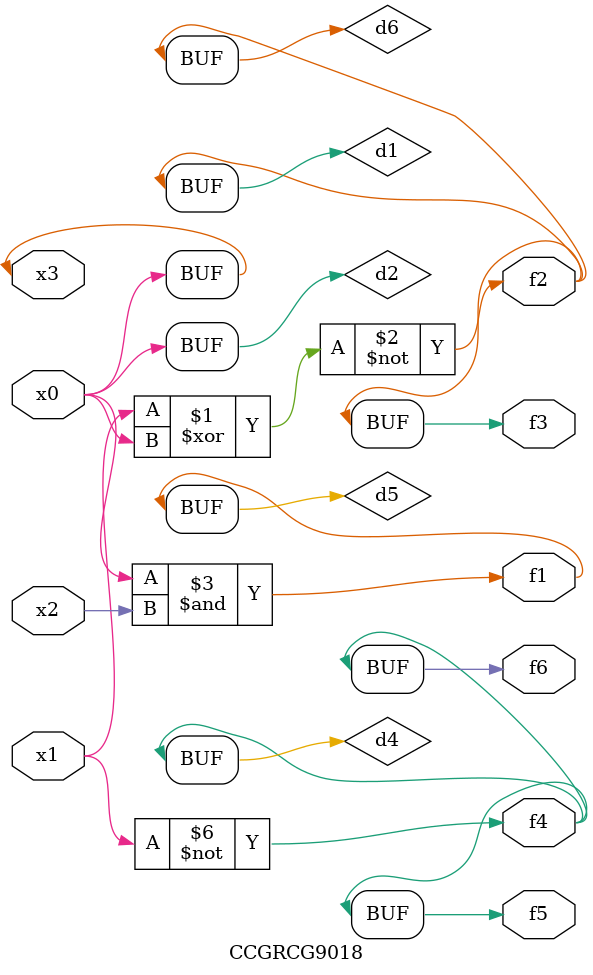
<source format=v>
module CCGRCG9018(
	input x0, x1, x2, x3,
	output f1, f2, f3, f4, f5, f6
);

	wire d1, d2, d3, d4, d5, d6;

	xnor (d1, x1, x3);
	buf (d2, x0, x3);
	nand (d3, x0, x2);
	not (d4, x1);
	nand (d5, d3);
	or (d6, d1);
	assign f1 = d5;
	assign f2 = d6;
	assign f3 = d6;
	assign f4 = d4;
	assign f5 = d4;
	assign f6 = d4;
endmodule

</source>
